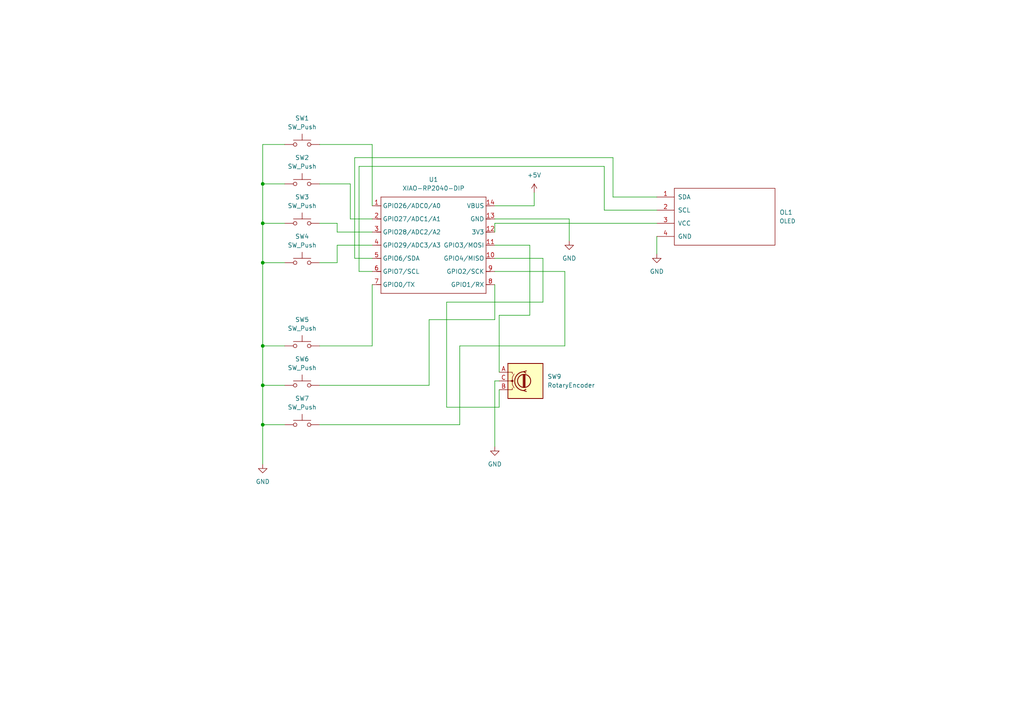
<source format=kicad_sch>
(kicad_sch (version 20250114) (generator "eeschema") (generator_version "9.0")
  (paper "A4")
  (lib_symbols
    (symbol "Device:RotaryEncoder" (pin_names (offset 0.254) (hide yes))
      (property "Reference" "SW" (at 0 6.604 0))
      (property "Value" "RotaryEncoder" (at 0 -6.604 0))
      (symbol "RotaryEncoder_0_1"
        (rectangle (start -5.08 5.08) (end 5.08 -5.08) (stroke (width 0.254)) (fill (type background)))
        (polyline (pts (xy -5.08 2.54) (xy -3.81 2.54) (xy -3.81 2.032)))
        (polyline (pts (xy -5.08 0) (xy -3.81 0) (xy -3.81 -1.016) (xy -3.302 -2.032)))
        (polyline (pts (xy -5.08 -2.54) (xy -3.81 -2.54) (xy -3.81 -2.032)))
        (polyline (pts (xy -4.318 0) (xy -3.81 0) (xy -3.81 1.016) (xy -3.302 2.032)))
        (circle (center -3.81 0) (radius 0.254) (fill (type outline)))
        (polyline (pts (xy -0.635 -1.778) (xy -0.635 1.778)) (stroke (width 0.254)))
        (circle (center -0.381 0) (radius 1.905) (stroke (width 0.254)))
        (polyline (pts (xy -0.381 -1.778) (xy -0.381 1.778)) (stroke (width 0.254)))
        (arc (start -0.381 -2.794) (mid -3.0988 -0.0635) (end -0.381 2.667) (stroke (width 0.254)))
        (polyline (pts (xy -0.127 1.778) (xy -0.127 -1.778)) (stroke (width 0.254)))
        (polyline (pts (xy 0.254 2.921) (xy -0.508 2.667) (xy 0.127 2.286)) (stroke (width 0.254)))
        (polyline (pts (xy 0.254 -3.048) (xy -0.508 -2.794) (xy 0.127 -2.413)) (stroke (width 0.254)))
      )
      (symbol "RotaryEncoder_1_1"
        (pin passive line (at -7.62 2.54 0) (length 2.54) (name "A") (number "A"))
        (pin passive line (at -7.62 0 0) (length 2.54) (name "C") (number "C"))
        (pin passive line (at -7.62 -2.54 0) (length 2.54) (name "B") (number "B"))
      )
    )
    (symbol "OLEDS:OLED" (pin_names (offset 1.016))
      (property "Reference" "OL" (at 0 2.54 0))
      (property "Value" "OLED" (at 0 -1.27 0))
      (symbol "OLED_0_1"
        (rectangle (start -13.97 8.89) (end 15.24 -7.62))
      )
      (symbol "OLED_1_1"
        (pin bidirectional line (at -19.05 6.35 0) (length 5.08) (name "SDA") (number "1"))
        (pin bidirectional line (at -19.05 2.54 0) (length 5.08) (name "SCL") (number "2"))
        (pin power_in line (at -19.05 -1.27 0) (length 5.08) (name "VCC") (number "3"))
        (pin power_in line (at -19.05 -5.08 0) (length 5.08) (name "GND") (number "4"))
      )
    )
    (symbol "OPL:XIAO-RP2040-DIP"
      (property "Reference" "U" (at 0 0 0))
      (property "Value" "XIAO-RP2040-DIP" (at 5.334 -1.778 0))
      (symbol "XIAO-RP2040-DIP_1_0"
        (polyline (pts (xy -1.27 -2.54) (xy 29.21 -2.54)) (stroke (width 0.1524)))
        (polyline (pts (xy -1.27 -5.08) (xy -2.54 -5.08)) (stroke (width 0.1524)))
        (polyline (pts (xy -1.27 -5.08) (xy -1.27 -2.54)) (stroke (width 0.1524)))
        (polyline (pts (xy -1.27 -8.89) (xy -2.54 -8.89)) (stroke (width 0.1524)))
        (polyline (pts (xy -1.27 -8.89) (xy -1.27 -5.08)) (stroke (width 0.1524)))
        (polyline (pts (xy -1.27 -12.7) (xy -2.54 -12.7)) (stroke (width 0.1524)))
        (polyline (pts (xy -1.27 -12.7) (xy -1.27 -8.89)) (stroke (width 0.1524)))
        (polyline (pts (xy -1.27 -16.51) (xy -2.54 -16.51)) (stroke (width 0.1524)))
        (polyline (pts (xy -1.27 -16.51) (xy -1.27 -12.7)) (stroke (width 0.1524)))
        (polyline (pts (xy -1.27 -20.32) (xy -2.54 -20.32)) (stroke (width 0.1524)))
        (polyline (pts (xy -1.27 -24.13) (xy -2.54 -24.13)) (stroke (width 0.1524)))
        (polyline (pts (xy -1.27 -27.94) (xy -2.54 -27.94)) (stroke (width 0.1524)))
        (polyline (pts (xy -1.27 -30.48) (xy -1.27 -16.51)) (stroke (width 0.1524)))
        (polyline (pts (xy 29.21 -2.54) (xy 29.21 -5.08)) (stroke (width 0.1524)))
        (polyline (pts (xy 29.21 -5.08) (xy 29.21 -8.89)) (stroke (width 0.1524)))
        (polyline (pts (xy 29.21 -8.89) (xy 29.21 -12.7)) (stroke (width 0.1524)))
        (polyline (pts (xy 29.21 -12.7) (xy 29.21 -30.48)) (stroke (width 0.1524)))
        (polyline (pts (xy 29.21 -30.48) (xy -1.27 -30.48)) (stroke (width 0.1524)))
        (polyline (pts (xy 30.48 -5.08) (xy 29.21 -5.08)) (stroke (width 0.1524)))
        (polyline (pts (xy 30.48 -8.89) (xy 29.21 -8.89)) (stroke (width 0.1524)))
        (polyline (pts (xy 30.48 -12.7) (xy 29.21 -12.7)) (stroke (width 0.1524)))
        (polyline (pts (xy 30.48 -16.51) (xy 29.21 -16.51)) (stroke (width 0.1524)))
        (polyline (pts (xy 30.48 -20.32) (xy 29.21 -20.32)) (stroke (width 0.1524)))
        (polyline (pts (xy 30.48 -24.13) (xy 29.21 -24.13)) (stroke (width 0.1524)))
        (polyline (pts (xy 30.48 -27.94) (xy 29.21 -27.94)) (stroke (width 0.1524)))
        (pin passive line (at -3.81 -5.08 0) (length 2.54) (name "GPIO26/ADC0/A0") (number "1"))
        (pin passive line (at -3.81 -8.89 0) (length 2.54) (name "GPIO27/ADC1/A1") (number "2"))
        (pin passive line (at -3.81 -12.7 0) (length 2.54) (name "GPIO28/ADC2/A2") (number "3"))
        (pin passive line (at -3.81 -16.51 0) (length 2.54) (name "GPIO29/ADC3/A3") (number "4"))
        (pin passive line (at -3.81 -20.32 0) (length 2.54) (name "GPIO6/SDA") (number "5"))
        (pin passive line (at -3.81 -24.13 0) (length 2.54) (name "GPIO7/SCL") (number "6"))
        (pin passive line (at -3.81 -27.94 0) (length 2.54) (name "GPIO0/TX") (number "7"))
        (pin passive line (at 31.75 -5.08 180) (length 2.54) (name "VBUS") (number "14"))
        (pin passive line (at 31.75 -8.89 180) (length 2.54) (name "GND") (number "13"))
        (pin passive line (at 31.75 -12.7 180) (length 2.54) (name "3V3") (number "12"))
        (pin passive line (at 31.75 -16.51 180) (length 2.54) (name "GPIO3/MOSI") (number "11"))
        (pin passive line (at 31.75 -20.32 180) (length 2.54) (name "GPIO4/MISO") (number "10"))
        (pin passive line (at 31.75 -24.13 180) (length 2.54) (name "GPIO2/SCK") (number "9"))
        (pin passive line (at 31.75 -27.94 180) (length 2.54) (name "GPIO1/RX") (number "8"))
      )
    )
    (symbol "Switch:SW_Push" (pin_numbers (hide yes)) (pin_names (offset 1.016) (hide yes))
      (property "Reference" "SW" (at 1.27 2.54 0))
      (property "Value" "SW_Push" (at 0 -1.524 0))
      (symbol "SW_Push_0_1"
        (circle (center -2.032 0) (radius 0.508))
        (polyline (pts (xy 0 1.27) (xy 0 3.048)))
        (circle (center 2.032 0) (radius 0.508))
        (polyline (pts (xy 2.54 1.27) (xy -2.54 1.27)))
        (pin passive line (at -5.08 0 0) (length 2.54) (name "1") (number "1"))
        (pin passive line (at 5.08 0 180) (length 2.54) (name "2") (number "2"))
      )
    )
    (symbol "power:+5V" (power) (pin_numbers (hide yes)) (pin_names (offset 0) (hide yes))
      (property "Value" "+5V" (at 0 3.556 0))
      (symbol "+5V_0_1"
        (polyline (pts (xy -0.762 1.27) (xy 0 2.54)))
        (polyline (pts (xy 0 2.54) (xy 0.762 1.27)))
        (polyline (pts (xy 0 0) (xy 0 2.54)))
      )
      (symbol "+5V_1_1"
        (pin power_in line (at 0 0 90) (length 0) (name "~") (number "1"))
      )
    )
    (symbol "power:GND" (power) (pin_numbers (hide yes)) (pin_names (offset 0) (hide yes))
      (property "Value" "GND" (at 0 -3.81 0))
      (symbol "GND_0_1"
        (polyline (pts (xy 0 0) (xy 0 -1.27) (xy 1.27 -1.27) (xy 0 -2.54) (xy -1.27 -1.27) (xy 0 -1.27)))
      )
      (symbol "GND_1_1"
        (pin power_in line (at 0 0 270) (length 0) (name "~") (number "1"))
      )
    )
  )
  (junction (at 76.2 123.19))
  (junction (at 76.2 100.33))
  (junction (at 76.2 111.76))
  (junction (at 76.2 76.2))
  (junction (at 76.2 64.77))
  (junction (at 76.2 53.34))
  (wire (pts (xy 97.79 64.77) (xy 97.79 67.31)))
  (wire (pts (xy 124.46 111.76) (xy 124.46 92.71)))
  (wire (pts (xy 133.35 100.33) (xy 133.35 123.19)))
  (wire (pts (xy 76.2 53.34) (xy 76.2 64.77)))
  (wire (pts (xy 154.94 59.69) (xy 154.94 55.88)))
  (wire (pts (xy 92.71 41.91) (xy 107.95 41.91)))
  (wire (pts (xy 144.78 110.49) (xy 143.51 110.49)))
  (wire (pts (xy 76.2 64.77) (xy 82.55 64.77)))
  (wire (pts (xy 92.71 100.33) (xy 107.95 100.33)))
  (wire (pts (xy 157.48 87.63) (xy 157.48 74.93)))
  (wire (pts (xy 82.55 53.34) (xy 76.2 53.34)))
  (wire (pts (xy 104.14 78.74) (xy 107.95 78.74)))
  (wire (pts (xy 143.51 59.69) (xy 154.94 59.69)))
  (wire (pts (xy 190.5 60.96) (xy 175.26 60.96)))
  (wire (pts (xy 97.79 67.31) (xy 107.95 67.31)))
  (wire (pts (xy 82.55 76.2) (xy 76.2 76.2)))
  (wire (pts (xy 102.87 45.72) (xy 102.87 74.93)))
  (wire (pts (xy 163.83 78.74) (xy 143.51 78.74)))
  (wire (pts (xy 92.71 111.76) (xy 124.46 111.76)))
  (wire (pts (xy 76.2 100.33) (xy 82.55 100.33)))
  (wire (pts (xy 76.2 76.2) (xy 76.2 100.33)))
  (wire (pts (xy 143.51 92.71) (xy 143.51 82.55)))
  (wire (pts (xy 144.78 107.95) (xy 144.78 91.44)))
  (wire (pts (xy 107.95 41.91) (xy 107.95 59.69)))
  (wire (pts (xy 175.26 60.96) (xy 175.26 48.26)))
  (wire (pts (xy 82.55 41.91) (xy 76.2 41.91)))
  (wire (pts (xy 129.54 87.63) (xy 157.48 87.63)))
  (wire (pts (xy 133.35 100.33) (xy 163.83 100.33)))
  (wire (pts (xy 76.2 111.76) (xy 76.2 123.19)))
  (wire (pts (xy 97.79 76.2) (xy 97.79 71.12)))
  (wire (pts (xy 92.71 123.19) (xy 133.35 123.19)))
  (wire (pts (xy 76.2 64.77) (xy 76.2 76.2)))
  (wire (pts (xy 157.48 74.93) (xy 143.51 74.93)))
  (wire (pts (xy 177.8 45.72) (xy 102.87 45.72)))
  (wire (pts (xy 76.2 123.19) (xy 82.55 123.19)))
  (wire (pts (xy 190.5 68.58) (xy 190.5 73.66)))
  (wire (pts (xy 153.67 71.12) (xy 143.51 71.12)))
  (wire (pts (xy 76.2 111.76) (xy 82.55 111.76)))
  (wire (pts (xy 104.14 48.26) (xy 104.14 78.74)))
  (wire (pts (xy 143.51 63.5) (xy 165.1 63.5)))
  (wire (pts (xy 124.46 92.71) (xy 143.51 92.71)))
  (wire (pts (xy 76.2 100.33) (xy 76.2 111.76)))
  (wire (pts (xy 144.78 91.44) (xy 153.67 91.44)))
  (wire (pts (xy 101.6 63.5) (xy 107.95 63.5)))
  (wire (pts (xy 143.51 110.49) (xy 143.51 129.54)))
  (wire (pts (xy 165.1 63.5) (xy 165.1 69.85)))
  (wire (pts (xy 144.78 118.11) (xy 129.54 118.11)))
  (wire (pts (xy 76.2 123.19) (xy 76.2 134.62)))
  (wire (pts (xy 129.54 118.11) (xy 129.54 87.63)))
  (wire (pts (xy 177.8 57.15) (xy 177.8 45.72)))
  (wire (pts (xy 97.79 71.12) (xy 107.95 71.12)))
  (wire (pts (xy 143.51 64.77) (xy 143.51 67.31)))
  (wire (pts (xy 101.6 53.34) (xy 101.6 63.5)))
  (wire (pts (xy 163.83 100.33) (xy 163.83 78.74)))
  (wire (pts (xy 190.5 57.15) (xy 177.8 57.15)))
  (wire (pts (xy 92.71 53.34) (xy 101.6 53.34)))
  (wire (pts (xy 144.78 113.03) (xy 144.78 118.11)))
  (wire (pts (xy 76.2 41.91) (xy 76.2 53.34)))
  (wire (pts (xy 153.67 91.44) (xy 153.67 71.12)))
  (wire (pts (xy 175.26 48.26) (xy 104.14 48.26)))
  (wire (pts (xy 102.87 74.93) (xy 107.95 74.93)))
  (wire (pts (xy 107.95 100.33) (xy 107.95 82.55)))
  (wire (pts (xy 190.5 64.77) (xy 143.51 64.77)))
  (wire (pts (xy 92.71 76.2) (xy 97.79 76.2)))
  (wire (pts (xy 92.71 64.77) (xy 97.79 64.77)))
  (symbol (lib_id "power:GND") (at 165.1 69.85 0) (unit 1)
    (property "Reference" "#PWR03" (effects (hide yes)))
    (property "Value" "GND" (at 165.1 74.93 0))
    (property "Description" "Power symbol creates a global label with name \"GND\" , ground" (effects (hide yes)))
  )
  (symbol (lib_id "Switch:SW_Push") (at 87.63 123.19 0) (unit 1)
    (property "Reference" "SW7" (at 87.63 115.57 0))
    (property "Value" "SW_Push" (at 87.63 118.11 0))
    (property "Footprint" "Button_Switch_Keyboard:SW_Cherry_MX_1.00u_PCB" (effects (hide yes)))
    (property "Description" "Push button switch, generic, two pins" (effects (hide yes)))
  )
  (symbol (lib_id "Switch:SW_Push") (at 87.63 53.34 0) (unit 1)
    (property "Reference" "SW2" (at 87.63 45.72 0))
    (property "Value" "SW_Push" (at 87.63 48.26 0))
    (property "Footprint" "Button_Switch_Keyboard:SW_Cherry_MX_1.00u_PCB" (effects (hide yes)))
    (property "Description" "Push button switch, generic, two pins" (effects (hide yes)))
  )
  (symbol (lib_id "Switch:SW_Push") (at 87.63 111.76 0) (unit 1)
    (property "Reference" "SW6" (at 87.63 104.14 0))
    (property "Value" "SW_Push" (at 87.63 106.68 0))
    (property "Footprint" "Button_Switch_Keyboard:SW_Cherry_MX_1.00u_PCB" (effects (hide yes)))
    (property "Description" "Push button switch, generic, two pins" (effects (hide yes)))
  )
  (symbol (lib_id "Switch:SW_Push") (at 87.63 100.33 0) (unit 1)
    (property "Reference" "SW5" (at 87.63 92.71 0))
    (property "Value" "SW_Push" (at 87.63 95.25 0))
    (property "Footprint" "Button_Switch_Keyboard:SW_Cherry_MX_1.00u_PCB" (effects (hide yes)))
    (property "Description" "Push button switch, generic, two pins" (effects (hide yes)))
  )
  (symbol (lib_id "power:GND") (at 190.5 73.66 0) (unit 1)
    (property "Reference" "#PWR02" (effects (hide yes)))
    (property "Value" "GND" (at 190.5 78.74 0))
    (property "Description" "Power symbol creates a global label with name \"GND\" , ground" (effects (hide yes)))
  )
  (symbol (lib_id "Device:RotaryEncoder") (at 152.4 110.49 0) (unit 1)
    (property "Reference" "SW9" (at 158.75 109.2199 0) (effects (justify left)))
    (property "Value" "RotaryEncoder" (at 158.75 111.7599 0) (effects (justify left)))
    (property "Footprint" "Rotary_Encoder:RotaryEncoder_Alps_EC11E_Vertical_H20mm" (effects (hide yes)))
    (property "Description" "Rotary encoder, dual channel, incremental quadrate outputs" (effects (hide yes)))
  )
  (symbol (lib_id "OLEDS:OLED") (at 209.55 63.5 0) (unit 1)
    (property "Reference" "OL1" (at 226.06 61.595 0) (effects (font (size 1.2954 1.2954)) (justify left)))
    (property "Value" "OLED" (at 226.06 64.135 0) (effects (font (size 1.1938 1.1938)) (justify left)))
    (property "Footprint" "OLEDS:OLED" (effects (hide yes)))
  )
  (symbol (lib_id "OPL:XIAO-RP2040-DIP") (at 111.76 54.61 0) (unit 1)
    (property "Reference" "U1" (at 125.73 52.07 0))
    (property "Value" "XIAO-RP2040-DIP" (at 125.73 54.61 0))
    (property "Footprint" "OPL:XIAO-RP2040-DIP" (effects (hide yes)))
  )
  (symbol (lib_id "power:GND") (at 143.51 129.54 0) (unit 1)
    (property "Reference" "#PWR01" (effects (hide yes)))
    (property "Value" "GND" (at 143.51 134.62 0))
    (property "Description" "Power symbol creates a global label with name \"GND\" , ground" (effects (hide yes)))
  )
  (symbol (lib_id "Switch:SW_Push") (at 87.63 64.77 0) (unit 1)
    (property "Reference" "SW3" (at 87.63 57.15 0))
    (property "Value" "SW_Push" (at 87.63 59.69 0))
    (property "Footprint" "Button_Switch_Keyboard:SW_Cherry_MX_1.00u_PCB" (effects (hide yes)))
    (property "Description" "Push button switch, generic, two pins" (effects (hide yes)))
  )
  (symbol (lib_id "Switch:SW_Push") (at 87.63 41.91 0) (unit 1)
    (property "Reference" "SW1" (at 87.63 34.29 0))
    (property "Value" "SW_Push" (at 87.63 36.83 0))
    (property "Footprint" "Button_Switch_Keyboard:SW_Cherry_MX_1.00u_PCB" (effects (hide yes)))
    (property "Description" "Push button switch, generic, two pins" (effects (hide yes)))
  )
  (symbol (lib_id "power:+5V") (at 154.94 55.88 0) (unit 1)
    (property "Reference" "#PWR05" (effects (hide yes)))
    (property "Value" "+5V" (at 154.94 50.8 0))
    (property "Description" "Power symbol creates a global label with name \"+5V\"" (effects (hide yes)))
  )
  (symbol (lib_id "Switch:SW_Push") (at 87.63 76.2 0) (unit 1)
    (property "Reference" "SW4" (at 87.63 68.58 0))
    (property "Value" "SW_Push" (at 87.63 71.12 0))
    (property "Footprint" "Button_Switch_Keyboard:SW_Cherry_MX_1.00u_PCB" (effects (hide yes)))
    (property "Description" "Push button switch, generic, two pins" (effects (hide yes)))
  )
  (symbol (lib_id "power:GND") (at 76.2 134.62 0) (unit 1)
    (property "Reference" "#PWR04" (effects (hide yes)))
    (property "Value" "GND" (at 76.2 139.7 0))
    (property "Description" "Power symbol creates a global label with name \"GND\" , ground" (effects (hide yes)))
  )
)
</source>
